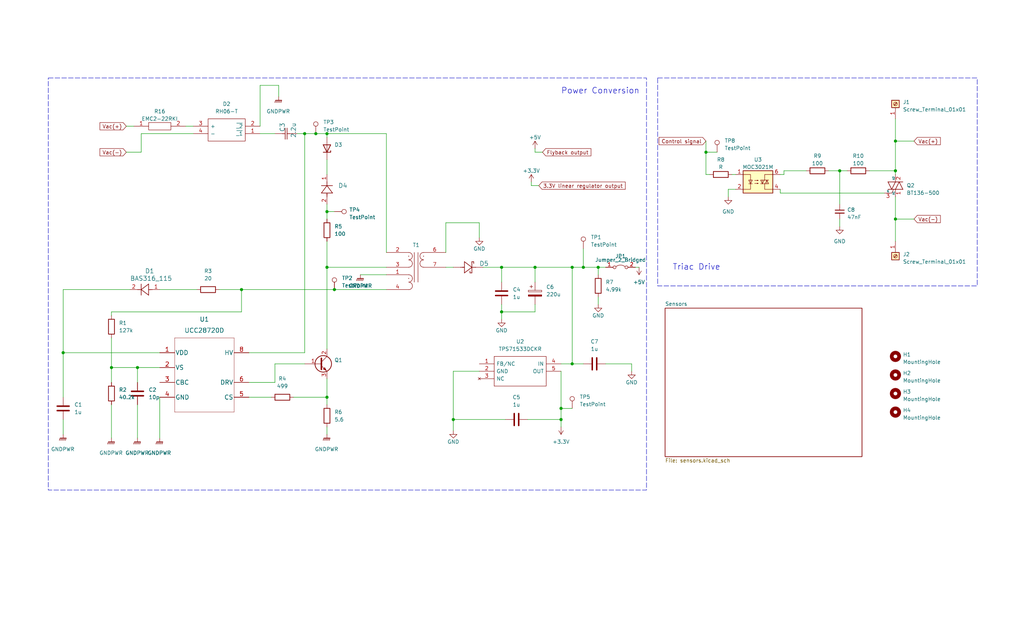
<source format=kicad_sch>
(kicad_sch (version 20230121) (generator eeschema)
  (paper "User" 350.012 220.015)
  (lib_symbols
    (symbol "445Library:BAS316_115" (pin_names (offset 0.254) hide)
      (property "Reference" "D1" (at -6.35 -6.35 0))
      (property "Value" "BAS316_115" (at -12.7 -3.81 0))
      (symbol "BAS316_115_1_1"
        (polyline (pts (xy 2.54 0) (xy 3.4798 0)) (stroke (width 0.2032)))
        (polyline (pts (xy 3.175 0) (xy 3.81 0)) (stroke (width 0.2032)))
        (polyline (pts (xy 3.81 -1.905) (xy 6.35 0)) (stroke (width 0.2032)))
        (polyline (pts (xy 3.81 1.905) (xy 3.81 -1.905)) (stroke (width 0.2032)))
        (polyline (pts (xy 6.35 -1.905) (xy 6.35 1.905)) (stroke (width 0.2032)))
        (polyline (pts (xy 6.35 0) (xy 3.81 1.905)) (stroke (width 0.2032)))
        (polyline (pts (xy 6.35 0) (xy 7.62 0)) (stroke (width 0.2032)))
        (pin input line (at 0 0 0) (length 2.54) (name "Input") (number "1"))
        (pin output line (at 10.16 0 180) (length 2.54) (name "Output") (number "2"))
      )
      (symbol "BAS316_115_1_2"
        (polyline (pts (xy -1.905 3.81) (xy 1.905 3.81)) (stroke (width 0.2032)))
        (polyline (pts (xy 0 2.54) (xy 0 3.4798)) (stroke (width 0.2032)))
        (polyline (pts (xy 0 3.175) (xy 0 3.81)) (stroke (width 0.2032)))
        (polyline (pts (xy 0 6.35) (xy -1.905 3.81)) (stroke (width 0.2032)))
        (polyline (pts (xy 0 6.35) (xy 0 7.62)) (stroke (width 0.2032)))
        (polyline (pts (xy 1.905 3.81) (xy 0 6.35)) (stroke (width 0.2032)))
        (polyline (pts (xy 1.905 6.35) (xy -1.905 6.35)) (stroke (width 0.2032)))
      )
    )
    (symbol "445Library:CGRM4007-G" (pin_names (offset 0.254))
      (property "Reference" "CR" (at 5.08 4.445 0))
      (property "Value" "CGRM4007-G" (at 5.08 -3.81 0))
      (symbol "CGRM4007-G_1_1"
        (polyline (pts (xy 2.54 0) (xy 3.4798 0)) (stroke (width 0.2032)))
        (polyline (pts (xy 3.175 0) (xy 3.81 0)) (stroke (width 0.2032)))
        (polyline (pts (xy 3.81 -1.905) (xy 6.35 0)) (stroke (width 0.2032)))
        (polyline (pts (xy 3.81 1.905) (xy 3.81 -1.905)) (stroke (width 0.2032)))
        (polyline (pts (xy 6.35 -1.905) (xy 6.35 1.905)) (stroke (width 0.2032)))
        (polyline (pts (xy 6.35 0) (xy 3.81 1.905)) (stroke (width 0.2032)))
        (polyline (pts (xy 6.35 0) (xy 7.62 0)) (stroke (width 0.2032)))
        (pin unspecified line (at 10.16 0 180) (length 2.54) (name "") (number "1"))
        (pin unspecified line (at 0 0 0) (length 2.54) (name "") (number "2"))
      )
      (symbol "CGRM4007-G_1_2"
        (polyline (pts (xy -1.905 3.81) (xy 1.905 3.81)) (stroke (width 0.2032)))
        (polyline (pts (xy 0 2.54) (xy 0 3.4798)) (stroke (width 0.2032)))
        (polyline (pts (xy 0 3.175) (xy 0 3.81)) (stroke (width 0.2032)))
        (polyline (pts (xy 0 6.35) (xy -1.905 3.81)) (stroke (width 0.2032)))
        (polyline (pts (xy 0 6.35) (xy 0 7.62)) (stroke (width 0.2032)))
        (polyline (pts (xy 1.905 3.81) (xy 0 6.35)) (stroke (width 0.2032)))
        (polyline (pts (xy 1.905 6.35) (xy -1.905 6.35)) (stroke (width 0.2032)))
        (pin unspecified line (at 0 10.16 270) (length 2.54) (name "") (number "1"))
        (pin unspecified line (at 0 0 90) (length 2.54) (name "") (number "2"))
      )
    )
    (symbol "445Library:CKG57NX7T2W225M500JH" (pin_numbers hide) (pin_names (offset 1.651) hide)
      (property "Reference" "C" (at 3.81 3.81 0))
      (property "Value" "CKG57NX7T2W225M500JH" (at 3.81 -7.62 0))
      (symbol "CKG57NX7T2W225M500JH_1_1"
        (polyline (pts (xy 2.54 0) (xy 3.4798 0)) (stroke (width 0.2032)))
        (polyline (pts (xy 3.4798 -1.905) (xy 3.4798 1.905)) (stroke (width 0.2032)))
        (polyline (pts (xy 4.1148 -1.905) (xy 4.1148 1.905)) (stroke (width 0.2032)))
        (polyline (pts (xy 4.1148 0) (xy 5.08 0)) (stroke (width 0.2032)))
        (pin unspecified line (at 0 0 0) (length 2.54) (name "1") (number "1"))
        (pin unspecified line (at 7.62 0 180) (length 2.54) (name "2") (number "2"))
      )
    )
    (symbol "445Library:RH06-T" (pin_names (offset 0.762))
      (property "Reference" "BR" (at 19.05 7.62 0))
      (property "Value" "RH06-T" (at 19.05 5.08 0))
      (symbol "RH06-T_0_0"
        (pin passive line (at 0 0 0) (length 5.08) (name "~{_1}") (number "1"))
        (pin passive line (at 0 -2.54 0) (length 5.08) (name "~{_2}") (number "2"))
        (pin passive line (at 22.86 -2.54 180) (length 5.08) (name "+") (number "3"))
        (pin passive line (at 22.86 0 180) (length 5.08) (name "-") (number "4"))
      )
      (symbol "RH06-T_0_1"
        (polyline (pts (xy 5.08 2.54) (xy 17.78 2.54) (xy 17.78 -5.08) (xy 5.08 -5.08) (xy 5.08 2.54)) (stroke (width 0.1524)))
      )
    )
    (symbol "445Library:SS110-TP" (pin_numbers hide) (pin_names (offset 0.254) hide)
      (property "Reference" "D5" (at 8.89 1.27 0))
      (symbol "SS110-TP_0_1"
        (polyline (pts (xy 2.54 0) (xy 3.4798 0)) (stroke (width 0.2032)))
        (polyline (pts (xy 3.175 0) (xy 3.81 0)) (stroke (width 0.2032)))
        (polyline (pts (xy 3.81 -1.905) (xy 6.35 0)) (stroke (width 0.2032)))
        (polyline (pts (xy 3.81 1.905) (xy 3.81 -1.905)) (stroke (width 0.2032)))
        (polyline (pts (xy 5.715 -1.905) (xy 5.715 -1.27)) (stroke (width 0.2032)))
        (polyline (pts (xy 6.35 -1.905) (xy 5.715 -1.905)) (stroke (width 0.2032)))
        (polyline (pts (xy 6.35 -1.905) (xy 6.35 1.905)) (stroke (width 0.2032)))
        (polyline (pts (xy 6.35 0) (xy 3.81 1.905)) (stroke (width 0.2032)))
        (polyline (pts (xy 6.35 0) (xy 7.62 0)) (stroke (width 0.2032)))
        (polyline (pts (xy 6.35 1.905) (xy 6.985 1.905)) (stroke (width 0.2032)))
        (polyline (pts (xy 6.985 1.905) (xy 6.985 1.27)) (stroke (width 0.2032)))
      )
      (symbol "SS110-TP_1_1"
        (pin input line (at 0 0 0) (length 2.54) (name "1") (number "1"))
        (pin output line (at 10.16 0 180) (length 2.54) (name "2") (number "2"))
      )
    )
    (symbol "445Library:TPS71533DCKR" (pin_names (offset 0.762))
      (property "Reference" "IC" (at 24.13 7.62 0))
      (property "Value" "TPS71533DCKR" (at 24.13 5.08 0))
      (symbol "TPS71533DCKR_0_0"
        (pin passive line (at 0 0 0) (length 5.08) (name "FB/NC") (number "1"))
        (pin passive line (at 0 -2.54 0) (length 5.08) (name "GND") (number "2"))
        (pin no_connect line (at 0 -5.08 0) (length 5.08) (name "NC") (number "3"))
        (pin passive line (at 27.94 0 180) (length 5.08) (name "IN") (number "4"))
        (pin passive line (at 27.94 -2.54 180) (length 5.08) (name "OUT") (number "5"))
      )
      (symbol "TPS71533DCKR_0_1"
        (polyline (pts (xy 5.08 2.54) (xy 22.86 2.54) (xy 22.86 -7.62) (xy 5.08 -7.62) (xy 5.08 2.54)) (stroke (width 0.1524)))
      )
    )
    (symbol "445Library:UCC28720D" (pin_names (offset 0.254))
      (property "Reference" "U" (at 0 2.54 0))
      (property "Value" "UCC28720D" (at 0 0 0))
      (symbol "UCC28720D_1_1"
        (polyline (pts (xy -10.16 -12.7) (xy 10.16 -12.7)) (stroke (width 0.1016)))
        (polyline (pts (xy -10.16 12.7) (xy -10.16 -12.7)) (stroke (width 0.1016)))
        (polyline (pts (xy 10.16 -12.7) (xy 10.16 12.7)) (stroke (width 0.1016)))
        (polyline (pts (xy 10.16 12.7) (xy -10.16 12.7)) (stroke (width 0.1016)))
        (pin power_in line (at -15.24 7.62 0) (length 5.08) (name "VDD") (number "1"))
        (pin input line (at -15.24 2.54 0) (length 5.08) (name "VS") (number "2"))
        (pin input line (at -15.24 -2.54 0) (length 5.08) (name "CBC") (number "3"))
        (pin power_in line (at -15.24 -7.62 0) (length 5.08) (name "GND") (number "4"))
        (pin input line (at 15.24 -7.62 180) (length 5.08) (name "CS") (number "5"))
        (pin power_in line (at 15.24 -2.54 180) (length 5.08) (name "DRV") (number "6"))
        (pin power_in line (at 15.24 7.62 180) (length 5.08) (name "HV") (number "8"))
      )
    )
    (symbol "Connector:Screw_Terminal_01x01" (pin_names (offset 1.016) hide)
      (property "Reference" "J" (at 0 2.54 0))
      (property "Value" "Screw_Terminal_01x01" (at 0 -2.54 0))
      (symbol "Screw_Terminal_01x01_1_1"
        (rectangle (start -1.27 1.27) (end 1.27 -1.27) (stroke (width 0.254)) (fill (type background)))
        (polyline (pts (xy -0.5334 0.3302) (xy 0.3302 -0.508)) (stroke (width 0.1524)))
        (polyline (pts (xy -0.3556 0.508) (xy 0.508 -0.3302)) (stroke (width 0.1524)))
        (circle (center 0 0) (radius 0.635) (stroke (width 0.1524)))
        (pin passive line (at -5.08 0 0) (length 3.81) (name "Pin_1") (number "1"))
      )
    )
    (symbol "Connector:TestPoint" (pin_numbers hide) (pin_names (offset 0.762) hide)
      (property "Reference" "TP" (at 0 6.858 0))
      (property "Value" "TestPoint" (at 0 5.08 0))
      (symbol "TestPoint_0_1"
        (circle (center 0 3.302) (radius 0.762))
      )
      (symbol "TestPoint_1_1"
        (pin passive line (at 0 0 90) (length 2.54) (name "1") (number "1"))
      )
    )
    (symbol "Device:C" (pin_numbers hide) (pin_names (offset 0.254))
      (property "Reference" "C" (at 0.635 2.54 0))
      (property "Value" "C" (at 0.635 -2.54 0))
      (symbol "C_0_1"
        (polyline (pts (xy -2.032 -0.762) (xy 2.032 -0.762)) (stroke (width 0.508)))
        (polyline (pts (xy -2.032 0.762) (xy 2.032 0.762)) (stroke (width 0.508)))
      )
      (symbol "C_1_1"
        (pin passive line (at 0 3.81 270) (length 2.794) (name "~") (number "1"))
        (pin passive line (at 0 -3.81 90) (length 2.794) (name "~") (number "2"))
      )
    )
    (symbol "Device:C_Polarized" (pin_numbers hide) (pin_names (offset 0.254))
      (property "Reference" "C" (at 0.635 2.54 0))
      (property "Value" "C_Polarized" (at 0.635 -2.54 0))
      (symbol "C_Polarized_0_1"
        (rectangle (start -2.286 0.508) (end 2.286 1.016))
        (polyline (pts (xy -1.778 2.286) (xy -0.762 2.286)))
        (polyline (pts (xy -1.27 2.794) (xy -1.27 1.778)))
        (rectangle (start 2.286 -0.508) (end -2.286 -1.016) (fill (type outline)))
      )
      (symbol "C_Polarized_1_1"
        (pin passive line (at 0 3.81 270) (length 2.794) (name "~") (number "1"))
        (pin passive line (at 0 -3.81 90) (length 2.794) (name "~") (number "2"))
      )
    )
    (symbol "Device:C_Small" (pin_numbers hide) (pin_names (offset 0.254) hide)
      (property "Reference" "C" (at 0.254 1.778 0))
      (property "Value" "C_Small" (at 0.254 -2.032 0))
      (symbol "C_Small_0_1"
        (polyline (pts (xy -1.524 -0.508) (xy 1.524 -0.508)) (stroke (width 0.3302)))
        (polyline (pts (xy -1.524 0.508) (xy 1.524 0.508)) (stroke (width 0.3048)))
      )
      (symbol "C_Small_1_1"
        (pin passive line (at 0 2.54 270) (length 2.032) (name "~") (number "1"))
        (pin passive line (at 0 -2.54 90) (length 2.032) (name "~") (number "2"))
      )
    )
    (symbol "Device:D_Zener" (pin_numbers hide) (pin_names (offset 1.016) hide)
      (property "Reference" "D" (at 0 2.54 0))
      (property "Value" "D_Zener" (at 0 -2.54 0))
      (symbol "D_Zener_0_1"
        (polyline (pts (xy 1.27 0) (xy -1.27 0)))
        (polyline (pts (xy -1.27 -1.27) (xy -1.27 1.27) (xy -0.762 1.27)) (stroke (width 0.254)))
        (polyline (pts (xy 1.27 -1.27) (xy 1.27 1.27) (xy -1.27 0) (xy 1.27 -1.27)) (stroke (width 0.254)))
      )
      (symbol "D_Zener_1_1"
        (pin passive line (at -3.81 0 0) (length 2.54) (name "K") (number "1"))
        (pin passive line (at 3.81 0 180) (length 2.54) (name "A") (number "2"))
      )
    )
    (symbol "Device:Q_NPN_BCE" (pin_names (offset 0) hide)
      (property "Reference" "Q" (at 5.08 1.27 0))
      (property "Value" "Q_NPN_BCE" (at 5.08 -1.27 0))
      (symbol "Q_NPN_BCE_0_1"
        (polyline (pts (xy 0.635 0.635) (xy 2.54 2.54)))
        (polyline (pts (xy 0.635 -0.635) (xy 2.54 -2.54) (xy 2.54 -2.54)))
        (polyline (pts (xy 0.635 1.905) (xy 0.635 -1.905) (xy 0.635 -1.905)) (stroke (width 0.508)))
        (polyline (pts (xy 1.27 -1.778) (xy 1.778 -1.27) (xy 2.286 -2.286) (xy 1.27 -1.778) (xy 1.27 -1.778)) (fill (type outline)))
        (circle (center 1.27 0) (radius 2.8194) (stroke (width 0.254)))
      )
      (symbol "Q_NPN_BCE_1_1"
        (pin input line (at -5.08 0 0) (length 5.715) (name "B") (number "1"))
        (pin passive line (at 2.54 5.08 270) (length 2.54) (name "C") (number "2"))
        (pin passive line (at 2.54 -5.08 90) (length 2.54) (name "E") (number "3"))
      )
    )
    (symbol "Device:R" (pin_numbers hide) (pin_names (offset 0))
      (property "Reference" "R" (at 2.032 0 90))
      (property "Value" "R" (at 0 0 90))
      (symbol "R_0_1"
        (rectangle (start -1.016 -2.54) (end 1.016 2.54) (stroke (width 0.254)))
      )
      (symbol "R_1_1"
        (pin passive line (at 0 3.81 270) (length 1.27) (name "~") (number "1"))
        (pin passive line (at 0 -3.81 90) (length 1.27) (name "~") (number "2"))
      )
    )
    (symbol "Device:Transformer_SP_1S" (pin_names (offset 1.016) hide)
      (property "Reference" "T?" (at 0.0127 10.16 0))
      (property "Value" "Transformer_SP_1S" (at 0.0127 7.62 0))
      (symbol "Transformer_SP_1S_0_1"
        (arc (start -2.54 -5.0546) (mid -1.6599 -4.6901) (end -1.27 -3.81))
        (circle (center -2.54 -3.81) (radius 0.0001))
        (arc (start -2.54 0.0254) (mid -1.6599 0.3899) (end -1.27 1.27))
        (arc (start -2.54 2.5654) (mid -1.6599 2.9299) (end -1.27 3.81))
        (circle (center -2.54 3.81) (radius 0.0001))
        (arc (start -2.5217 -7.6389) (mid -1.6378 -7.2706) (end -1.2517 -6.3943))
        (arc (start -1.2699 -6.3499) (mid -1.6419 -5.4519) (end -2.5399 -5.0799))
        (arc (start -1.27 -3.81) (mid -1.642 -2.912) (end -2.54 -2.54))
        (arc (start -1.27 1.27) (mid -1.642 2.168) (end -2.54 2.54))
        (arc (start -1.27 3.81) (mid -1.642 4.708) (end -2.54 5.08))
        (polyline (pts (xy -0.635 5.08) (xy -0.635 -5.08)))
        (polyline (pts (xy 0.635 -5.08) (xy 0.635 5.08)))
        (arc (start 1.2954 1.27) (mid 1.6599 0.3899) (end 2.54 0.0254))
        (arc (start 1.2954 3.81) (mid 1.6599 2.9299) (end 2.54 2.5654))
        (arc (start 2.54 2.54) (mid 1.642 2.168) (end 1.2954 1.27))
        (circle (center 2.54 3.81) (radius 0.0001))
        (arc (start 2.54 5.08) (mid 1.642 4.708) (end 1.2954 3.81))
      )
      (symbol "Transformer_SP_1S_1_1"
        (pin passive line (at -10.16 -2.54 0) (length 7.62) (name "PR2") (number "1"))
        (pin passive line (at -10.16 5.08 0) (length 7.62) (name "PM") (number "2"))
        (pin passive line (at -10.16 0 0) (length 7.62) (name "PR2") (number "3"))
        (pin passive line (at -10.16 -7.62 0) (length 7.62) (name "PR2") (number "4"))
        (pin passive line (at 10.16 5.08 180) (length 7.62) (name "S1") (number "6"))
        (pin passive line (at 10.16 0 180) (length 7.62) (name "S2") (number "7"))
      )
    )
    (symbol "EMC2-22RKI:EMC2-22RKI" (pin_names (offset 0.762))
      (property "Reference" "R" (at 13.97 6.35 0))
      (property "Value" "EMC2-22RKI" (at 13.97 3.81 0))
      (symbol "EMC2-22RKI_0_0"
        (pin passive line (at 0 0 0) (length 5.08) (name "~") (number "1"))
        (pin passive line (at 17.78 0 180) (length 5.08) (name "~") (number "2"))
      )
      (symbol "EMC2-22RKI_0_1"
        (polyline (pts (xy 5.08 1.27) (xy 12.7 1.27) (xy 12.7 -1.27) (xy 5.08 -1.27) (xy 5.08 1.27)) (stroke (width 0.1524)))
      )
    )
    (symbol "Jumper:Jumper_2_Bridged" (pin_names (offset 0) hide)
      (property "Reference" "JP" (at 0 1.905 0))
      (property "Value" "Jumper_2_Bridged" (at 0 -2.54 0))
      (symbol "Jumper_2_Bridged_0_0"
        (circle (center -2.032 0) (radius 0.508))
        (circle (center 2.032 0) (radius 0.508))
      )
      (symbol "Jumper_2_Bridged_0_1"
        (arc (start 1.524 0.254) (mid 0 0.762) (end -1.524 0.254))
      )
      (symbol "Jumper_2_Bridged_1_1"
        (pin passive line (at -5.08 0 0) (length 2.54) (name "A") (number "1"))
        (pin passive line (at 5.08 0 180) (length 2.54) (name "B") (number "2"))
      )
    )
    (symbol "Mechanical:MountingHole" (pin_names (offset 1.016))
      (property "Reference" "H" (at 0 5.08 0))
      (property "Value" "MountingHole" (at 0 3.175 0))
      (symbol "MountingHole_0_1"
        (circle (center 0 0) (radius 1.27) (stroke (width 1.27)))
      )
    )
    (symbol "Relay_SolidState:MOC3021M"
      (property "Reference" "U" (at -5.334 4.826 0))
      (property "Value" "MOC3021M" (at 0 5.08 0))
      (symbol "MOC3021M_0_1"
        (rectangle (start -5.08 3.81) (end 5.08 -3.81) (stroke (width 0.254)) (fill (type background)))
        (polyline (pts (xy -3.175 -0.635) (xy -1.905 -0.635)))
        (polyline (pts (xy 1.524 -0.635) (xy 1.524 0.635)))
        (polyline (pts (xy 3.048 0.635) (xy 3.048 -0.635)))
        (polyline (pts (xy 2.286 -0.635) (xy 2.286 -2.54) (xy 5.08 -2.54)))
        (polyline (pts (xy 2.286 0.635) (xy 2.286 2.54) (xy 5.08 2.54)))
        (polyline (pts (xy -5.08 2.54) (xy -2.54 2.54) (xy -2.54 -2.54) (xy -5.08 -2.54)))
        (polyline (pts (xy -2.54 -0.635) (xy -3.175 0.635) (xy -1.905 0.635) (xy -2.54 -0.635)))
        (polyline (pts (xy 0.889 -0.635) (xy 3.683 -0.635) (xy 3.048 0.635) (xy 2.413 -0.635)))
        (polyline (pts (xy 3.683 0.635) (xy 0.889 0.635) (xy 1.524 -0.635) (xy 2.159 0.635)))
        (polyline (pts (xy -1.143 -0.508) (xy 0.127 -0.508) (xy -0.254 -0.635) (xy -0.254 -0.381) (xy 0.127 -0.508)))
        (polyline (pts (xy -1.143 0.508) (xy 0.127 0.508) (xy -0.254 0.381) (xy -0.254 0.635) (xy 0.127 0.508)))
      )
      (symbol "MOC3021M_1_1"
        (pin passive line (at -7.62 2.54 0) (length 2.54) (name "~") (number "1"))
        (pin passive line (at -7.62 -2.54 0) (length 2.54) (name "~") (number "2"))
        (pin no_connect line (at -5.08 0 0) (length 2.54) hide (name "NC") (number "3"))
        (pin passive line (at 7.62 -2.54 180) (length 2.54) (name "~") (number "4"))
        (pin no_connect line (at 5.08 0 180) (length 2.54) hide (name "NC") (number "5"))
        (pin passive line (at 7.62 2.54 180) (length 2.54) (name "~") (number "6"))
      )
    )
    (symbol "Triac_Thyristor:BT136-500" (pin_names (offset 0))
      (property "Reference" "Q" (at 5.08 1.905 0))
      (property "Value" "BT136-500" (at 5.08 0 0))
      (symbol "BT136-500_0_1"
        (polyline (pts (xy -2.54 -1.27) (xy 2.54 -1.27)) (stroke (width 0.2032)))
        (polyline (pts (xy -2.54 1.27) (xy 2.54 1.27)) (stroke (width 0.2032)))
        (polyline (pts (xy -1.27 -2.54) (xy -0.635 -1.27)))
        (polyline (pts (xy -2.54 1.27) (xy -1.27 -1.27) (xy 0 1.27)) (stroke (width 0.2032)))
        (polyline (pts (xy 0 -1.27) (xy 1.27 1.27) (xy 2.54 -1.27)) (stroke (width 0.2032)))
      )
      (symbol "BT136-500_1_1"
        (pin passive line (at 0 -3.81 90) (length 2.54) (name "A1") (number "1"))
        (pin passive line (at 0 3.81 270) (length 2.54) (name "A2") (number "2"))
        (pin input line (at -3.81 -2.54 0) (length 2.54) (name "G") (number "3"))
      )
    )
    (symbol "power:+3.3V" (power) (pin_names (offset 0))
      (property "Value" "+3.3V" (at 0 3.556 0))
      (symbol "+3.3V_0_1"
        (polyline (pts (xy -0.762 1.27) (xy 0 2.54)))
        (polyline (pts (xy 0 0) (xy 0 2.54)))
        (polyline (pts (xy 0 2.54) (xy 0.762 1.27)))
      )
      (symbol "+3.3V_1_1"
        (pin power_in line (at 0 0 90) (length 0) hide (name "+3.3V") (number "1"))
      )
    )
    (symbol "power:+5V" (power) (pin_names (offset 0))
      (property "Value" "+5V" (at 0 3.556 0))
      (symbol "+5V_0_1"
        (polyline (pts (xy -0.762 1.27) (xy 0 2.54)))
        (polyline (pts (xy 0 0) (xy 0 2.54)))
        (polyline (pts (xy 0 2.54) (xy 0.762 1.27)))
      )
      (symbol "+5V_1_1"
        (pin power_in line (at 0 0 90) (length 0) hide (name "+5V") (number "1"))
      )
    )
    (symbol "power:GND" (power) (pin_names (offset 0))
      (property "Value" "GND" (at 0 -3.81 0))
      (symbol "GND_0_1"
        (polyline (pts (xy 0 0) (xy 0 -1.27) (xy 1.27 -1.27) (xy 0 -2.54) (xy -1.27 -1.27) (xy 0 -1.27)))
      )
      (symbol "GND_1_1"
        (pin power_in line (at 0 0 270) (length 0) hide (name "GND") (number "1"))
      )
    )
    (symbol "power:GNDPWR" (power) (pin_names (offset 0))
      (property "Value" "GNDPWR" (at 0 -3.302 0))
      (symbol "GNDPWR_0_1"
        (polyline (pts (xy 0 -1.27) (xy 0 0)))
        (polyline (pts (xy -1.016 -1.27) (xy -1.27 -2.032) (xy -1.27 -2.032)) (stroke (width 0.2032)))
        (polyline (pts (xy -0.508 -1.27) (xy -0.762 -2.032) (xy -0.762 -2.032)) (stroke (width 0.2032)))
        (polyline (pts (xy 0 -1.27) (xy -0.254 -2.032) (xy -0.254 -2.032)) (stroke (width 0.2032)))
        (polyline (pts (xy 0.508 -1.27) (xy 0.254 -2.032) (xy 0.254 -2.032)) (stroke (width 0.2032)))
        (polyline (pts (xy 1.016 -1.27) (xy -1.016 -1.27) (xy -1.016 -1.27)) (stroke (width 0.2032)))
        (polyline (pts (xy 1.016 -1.27) (xy 0.762 -2.032) (xy 0.762 -2.032) (xy 0.762 -2.032)) (stroke (width 0.2032)))
      )
      (symbol "GNDPWR_1_1"
        (pin power_in line (at 0 0 270) (length 0) hide (name "GNDPWR") (number "1"))
      )
    )
  )
  (junction (at 114.3 99.06))
  (junction (at 195.58 91.44))
  (junction (at 111.76 91.44))
  (junction (at 21.59 120.65))
  (junction (at 171.45 91.44))
  (junction (at 241.3 52.07))
  (junction (at 111.76 135.89))
  (junction (at 171.45 106.68))
  (junction (at 111.76 45.72))
  (junction (at 107.95 45.72))
  (junction (at 191.77 139.7))
  (junction (at 111.76 72.39))
  (junction (at 154.94 143.51))
  (junction (at 82.55 99.06))
  (junction (at 38.1 125.73))
  (junction (at 306.07 48.26))
  (junction (at 191.77 143.51))
  (junction (at 306.07 74.93))
  (junction (at 287.02 58.42))
  (junction (at 104.14 45.72))
  (junction (at 306.07 58.42))
  (junction (at 195.58 124.46))
  (junction (at 46.99 125.73))
  (junction (at 204.47 91.44))
  (junction (at 182.88 91.44))
  (junction (at 199.39 91.44))
  (wire (pts (xy 85.09 135.89) (xy 92.71 135.89)))
  (wire (pts (xy 152.4 91.44) (xy 154.94 91.44)))
  (wire (pts (xy 88.9 45.72) (xy 93.98 45.72)))
  (wire (pts (xy 101.6 45.72) (xy 104.14 45.72)))
  (wire (pts (xy 123.19 93.98) (xy 132.08 93.98)))
  (wire (pts (xy 171.45 104.14) (xy 171.45 106.68)))
  (wire (pts (xy 21.59 99.06) (xy 21.59 120.65)))
  (wire (pts (xy 111.76 69.85) (xy 111.76 72.39)))
  (wire (pts (xy 111.76 91.44) (xy 132.08 91.44)))
  (wire (pts (xy 267.97 58.42) (xy 275.59 58.42)))
  (wire (pts (xy 199.39 85.09) (xy 199.39 91.44)))
  (wire (pts (xy 297.18 58.42) (xy 306.07 58.42)))
  (wire (pts (xy 248.92 64.77) (xy 251.46 64.77)))
  (wire (pts (xy 267.97 59.69) (xy 267.97 58.42)))
  (wire (pts (xy 195.58 124.46) (xy 191.77 124.46)))
  (wire (pts (xy 171.45 91.44) (xy 171.45 96.52)))
  (wire (pts (xy 152.4 76.2) (xy 163.83 76.2)))
  (wire (pts (xy 38.1 125.73) (xy 38.1 130.81)))
  (wire (pts (xy 154.94 127) (xy 163.83 127)))
  (wire (pts (xy 46.99 138.43) (xy 46.99 149.86)))
  (wire (pts (xy 266.7 66.04) (xy 266.7 64.77)))
  (wire (pts (xy 204.47 101.6) (xy 204.47 104.14)))
  (wire (pts (xy 172.72 143.51) (xy 154.94 143.51)))
  (wire (pts (xy 306.07 40.64) (xy 306.07 48.26)))
  (wire (pts (xy 132.08 45.72) (xy 132.08 86.36)))
  (wire (pts (xy 306.07 48.26) (xy 306.07 58.42)))
  (wire (pts (xy 38.1 138.43) (xy 38.1 149.86)))
  (wire (pts (xy 85.09 130.81) (xy 93.98 130.81)))
  (wire (pts (xy 111.76 82.55) (xy 111.76 91.44)))
  (wire (pts (xy 182.88 91.44) (xy 182.88 96.52)))
  (wire (pts (xy 111.76 91.44) (xy 111.76 119.38)))
  (wire (pts (xy 306.07 67.31) (xy 306.07 74.93)))
  (wire (pts (xy 171.45 91.44) (xy 182.88 91.44)))
  (wire (pts (xy 21.59 143.51) (xy 21.59 148.59)))
  (wire (pts (xy 182.88 91.44) (xy 195.58 91.44)))
  (wire (pts (xy 283.21 58.42) (xy 287.02 58.42)))
  (wire (pts (xy 195.58 91.44) (xy 199.39 91.44)))
  (wire (pts (xy 199.39 91.44) (xy 204.47 91.44)))
  (wire (pts (xy 88.9 29.21) (xy 95.25 29.21)))
  (wire (pts (xy 111.76 72.39) (xy 111.76 74.93)))
  (wire (pts (xy 111.76 135.89) (xy 111.76 138.43)))
  (wire (pts (xy 46.99 125.73) (xy 54.61 125.73)))
  (wire (pts (xy 114.3 99.06) (xy 132.08 99.06)))
  (wire (pts (xy 21.59 99.06) (xy 44.45 99.06)))
  (wire (pts (xy 63.5 43.18) (xy 66.04 43.18)))
  (wire (pts (xy 207.01 124.46) (xy 215.9 124.46)))
  (wire (pts (xy 74.93 99.06) (xy 82.55 99.06)))
  (wire (pts (xy 195.58 124.46) (xy 199.39 124.46)))
  (wire (pts (xy 306.07 74.93) (xy 312.42 74.93)))
  (wire (pts (xy 82.55 99.06) (xy 114.3 99.06)))
  (wire (pts (xy 182.88 106.68) (xy 171.45 106.68)))
  (wire (pts (xy 191.77 127) (xy 191.77 139.7)))
  (wire (pts (xy 152.4 86.36) (xy 152.4 76.2)))
  (wire (pts (xy 217.17 91.44) (xy 218.44 91.44)))
  (wire (pts (xy 195.58 91.44) (xy 195.58 124.46)))
  (wire (pts (xy 306.07 74.93) (xy 306.07 82.55)))
  (wire (pts (xy 104.14 120.65) (xy 85.09 120.65)))
  (wire (pts (xy 241.3 59.69) (xy 242.57 59.69)))
  (wire (pts (xy 182.88 52.07) (xy 185.42 52.07)))
  (wire (pts (xy 287.02 58.42) (xy 289.56 58.42)))
  (wire (pts (xy 48.26 45.72) (xy 48.26 52.07)))
  (wire (pts (xy 82.55 99.06) (xy 82.55 106.68)))
  (wire (pts (xy 38.1 125.73) (xy 46.99 125.73)))
  (wire (pts (xy 306.07 58.42) (xy 306.07 59.69)))
  (wire (pts (xy 100.33 135.89) (xy 111.76 135.89)))
  (wire (pts (xy 111.76 129.54) (xy 111.76 135.89)))
  (wire (pts (xy 66.04 45.72) (xy 48.26 45.72)))
  (wire (pts (xy 191.77 139.7) (xy 195.58 139.7)))
  (wire (pts (xy 266.7 59.69) (xy 267.97 59.69)))
  (wire (pts (xy 266.7 66.04) (xy 302.26 66.04)))
  (wire (pts (xy 182.88 104.14) (xy 182.88 106.68)))
  (wire (pts (xy 191.77 143.51) (xy 180.34 143.51)))
  (wire (pts (xy 181.61 63.5) (xy 181.61 62.23)))
  (wire (pts (xy 107.95 45.72) (xy 111.76 45.72)))
  (wire (pts (xy 182.88 50.8) (xy 182.88 52.07)))
  (wire (pts (xy 241.3 52.07) (xy 245.11 52.07)))
  (wire (pts (xy 43.18 43.18) (xy 45.72 43.18)))
  (wire (pts (xy 54.61 99.06) (xy 67.31 99.06)))
  (wire (pts (xy 21.59 120.65) (xy 54.61 120.65)))
  (wire (pts (xy 111.76 146.05) (xy 111.76 148.59)))
  (wire (pts (xy 38.1 107.95) (xy 38.1 106.68)))
  (wire (pts (xy 111.76 46.99) (xy 111.76 45.72)))
  (wire (pts (xy 287.02 69.85) (xy 287.02 58.42)))
  (wire (pts (xy 111.76 72.39) (xy 114.3 72.39)))
  (wire (pts (xy 287.02 74.93) (xy 287.02 77.47)))
  (wire (pts (xy 38.1 115.57) (xy 38.1 125.73)))
  (wire (pts (xy 95.25 29.21) (xy 95.25 33.02)))
  (wire (pts (xy 241.3 48.26) (xy 241.3 52.07)))
  (wire (pts (xy 93.98 130.81) (xy 93.98 124.46)))
  (wire (pts (xy 111.76 54.61) (xy 111.76 59.69)))
  (wire (pts (xy 46.99 125.73) (xy 46.99 130.81)))
  (wire (pts (xy 154.94 143.51) (xy 154.94 147.32)))
  (wire (pts (xy 88.9 43.18) (xy 88.9 29.21)))
  (wire (pts (xy 165.1 91.44) (xy 171.45 91.44)))
  (wire (pts (xy 250.19 59.69) (xy 251.46 59.69)))
  (wire (pts (xy 241.3 52.07) (xy 241.3 59.69)))
  (wire (pts (xy 204.47 91.44) (xy 207.01 91.44)))
  (wire (pts (xy 154.94 143.51) (xy 154.94 127)))
  (wire (pts (xy 184.15 63.5) (xy 181.61 63.5)))
  (wire (pts (xy 38.1 106.68) (xy 82.55 106.68)))
  (wire (pts (xy 306.07 48.26) (xy 312.42 48.26)))
  (wire (pts (xy 215.9 124.46) (xy 215.9 127)))
  (wire (pts (xy 111.76 45.72) (xy 132.08 45.72)))
  (wire (pts (xy 191.77 143.51) (xy 191.77 146.05)))
  (wire (pts (xy 104.14 45.72) (xy 107.95 45.72)))
  (wire (pts (xy 204.47 91.44) (xy 204.47 93.98)))
  (wire (pts (xy 54.61 135.89) (xy 54.61 149.86)))
  (wire (pts (xy 171.45 106.68) (xy 171.45 109.22)))
  (wire (pts (xy 163.83 76.2) (xy 163.83 81.28)))
  (wire (pts (xy 21.59 120.65) (xy 21.59 135.89)))
  (wire (pts (xy 191.77 139.7) (xy 191.77 143.51)))
  (wire (pts (xy 93.98 124.46) (xy 104.14 124.46)))
  (wire (pts (xy 248.92 67.31) (xy 248.92 64.77)))
  (wire (pts (xy 104.14 45.72) (xy 104.14 120.65)))
  (wire (pts (xy 48.26 52.07) (xy 43.18 52.07)))
  (rectangle (start 16.51 26.67) (end 220.98 167.64) (stroke (width 0) (type dash)))
  (rectangle (start 224.79 26.67) (end 334.01 97.79) (stroke (width 0) (type dash)))
  (text "Triac Drive\n\n\n" (at 229.87 99.06 0) (effects (font (size 2 2)) (justify left bottom)))
  (text "Power Conversion\n\n" (at 191.77 35.56 0) (effects (font (size 2 2)) (justify left bottom)))
  (global_label "3.3V linear regulator output" (shape input) (at 184.15 63.5 0) (property "Intersheetrefs" "${INTERSHEET_REFS}" (effects hide)))
  (global_label "Vac(+)" (shape input) (at 43.18 43.18 180) (property "Intersheetrefs" "${INTERSHEET_REFS}" (effects hide)))
  (global_label "Vac(-)" (shape input) (at 312.42 74.93 0) (property "Intersheetrefs" "${INTERSHEET_REFS}" (effects hide)))
  (global_label "Control signal" (shape input) (at 241.3 48.26 180) (property "Intersheetrefs" "${INTERSHEET_REFS}" (effects hide)))
  (global_label "Vac(+)" (shape input) (at 312.42 48.26 0) (property "Intersheetrefs" "${INTERSHEET_REFS}" (effects hide)))
  (global_label "Flyback output" (shape input) (at 185.42 52.07 0) (property "Intersheetrefs" "${INTERSHEET_REFS}" (effects hide)))
  (global_label "Vac(-)" (shape input) (at 43.18 52.07 180) (property "Intersheetrefs" "${INTERSHEET_REFS}" (effects hide)))
  (symbol (lib_id "Mechanical:MountingHole") (at 306.07 140.97 0) (unit 1)
    (property "Reference" "H4" (at 308.61 140.335 0) (effects (justify left)))
    (property "Value" "MountingHole" (at 308.61 142.875 0) (effects (justify left)))
    (property "Footprint" "MountingHole:MountingHole_3.2mm_M3" (effects hide))
  )
  (symbol (lib_id "Device:Transformer_SP_1S") (at 142.24 91.44 0) (unit 1)
    (property "Reference" "T1" (at 142.24 83.82 0))
    (property "Value" "Transformer_SP_1S" (effects hide))
    (property "Footprint" "footprints:750317828" (effects hide))
  )
  (symbol (lib_id "Triac_Thyristor:BT136-500") (at 306.07 63.5 0) (unit 1)
    (property "Reference" "Q2" (at 309.88 63.4492 0) (effects (justify left)))
    (property "Value" "BT136-500" (at 309.88 65.9892 0) (effects (justify left)))
    (property "Footprint" "Package_TO_SOT_THT:TO-220-3_Vertical" (effects hide))
    (property "Datasheet" "http://www.micropik.com/PDF/BT136-600.pdf" (effects hide))
  )
  (symbol (lib_id "power:GND") (at 163.83 81.28 0) (unit 1)
    (property "Reference" "#PWR09" (effects hide))
    (property "Value" "GND" (at 163.83 85.09 0))
  )
  (symbol (lib_id "Device:R") (at 96.52 135.89 270) (unit 1)
    (property "Reference" "R4" (at 96.52 129.54 90))
    (property "Value" "499" (at 96.52 132.08 90))
    (property "Footprint" "Resistor_SMD:R_0603_1608Metric" (effects hide))
  )
  (symbol (lib_id "power:+5V") (at 182.88 50.8 0) (unit 1)
    (property "Reference" "#PWR012" (effects hide))
    (property "Value" "+5V" (at 182.88 46.99 0))
  )
  (symbol (lib_id "power:GND") (at 154.94 147.32 0) (unit 1)
    (property "Reference" "#PWR08" (effects hide))
    (property "Value" "GND" (at 154.94 151.13 0))
  )
  (symbol (lib_id "Connector:TestPoint") (at 114.3 72.39 270) (unit 1)
    (property "Reference" "TP4" (at 119.38 71.755 90) (effects (justify left)))
    (property "Value" "TestPoint" (at 119.38 74.295 90) (effects (justify left)))
    (property "Footprint" "TestPoint:TestPoint_Loop_D3.80mm_Drill2.8mm" (effects hide))
  )
  (symbol (lib_id "power:+3.3V") (at 191.77 146.05 180) (unit 1)
    (property "Reference" "#PWR013" (effects hide))
    (property "Value" "+3.3V" (at 191.77 151.13 0))
  )
  (symbol (lib_id "Device:D_Zener") (at 111.76 50.8 270) (mirror x) (unit 1)
    (property "Reference" "D3" (at 114.3 49.5299 90) (effects (justify left)))
    (property "Value" "D_Zener" (effects hide))
    (property "Footprint" "footprints:SOD-123_ONS" (effects hide))
  )
  (symbol (lib_id "445Library:BAS316_115") (at 54.61 99.06 180) (unit 1)
    (property "Reference" "D1" (at 49.53 92.71 0) (effects (font (size 1.524 1.524)) (justify right)))
    (property "Value" "BAS316_115" (at 44.45 95.25 0) (effects (font (size 1.524 1.524)) (justify right)))
    (property "Footprint" "footprints:SC-76_SOD323_NEX" (effects hide))
    (property "Datasheet" "BAS316_115" (effects hide))
  )
  (symbol (lib_id "Device:R") (at 71.12 99.06 270) (unit 1)
    (property "Reference" "R3" (at 71.12 92.71 90))
    (property "Value" "20" (at 71.12 95.25 90))
    (property "Footprint" "Resistor_SMD:R_0603_1608Metric" (effects hide))
  )
  (symbol (lib_id "Connector:Screw_Terminal_01x01") (at 306.07 87.63 270) (unit 1)
    (property "Reference" "J2" (at 308.61 86.995 90) (effects (justify left)))
    (property "Value" "Screw_Terminal_01x01" (at 308.61 89.535 90) (effects (justify left)))
    (property "Footprint" "TerminalBlock_MetzConnect:TerminalBlock_MetzConnect_360410_1x01_Horizontal_ScrewM3.0" (effects hide))
  )
  (symbol (lib_id "Jumper:Jumper_2_Bridged") (at 212.09 91.44 0) (unit 1)
    (property "Reference" "JP1" (at 212.09 87.63 0))
    (property "Value" "Jumper_2_Bridged" (at 212.09 88.9 0))
    (property "Footprint" "Resistor_SMD:R_0603_1608Metric" (effects hide))
  )
  (symbol (lib_id "Device:C_Small") (at 287.02 72.39 0) (unit 1)
    (property "Reference" "C8" (at 289.56 71.7613 0) (effects (justify left)))
    (property "Value" "47nF" (at 289.56 74.3013 0) (effects (justify left)))
    (property "Footprint" "Capacitor_SMD:C_0603_1608Metric" (effects hide))
  )
  (symbol (lib_id "Connector:TestPoint") (at 199.39 85.09 0) (unit 1)
    (property "Reference" "TP1" (at 201.93 81.153 0) (effects (justify left)))
    (property "Value" "TestPoint" (at 201.93 83.693 0) (effects (justify left)))
    (property "Footprint" "TestPoint:TestPoint_Loop_D3.80mm_Drill2.8mm" (effects hide))
  )
  (symbol (lib_id "Device:R") (at 38.1 134.62 0) (unit 1)
    (property "Reference" "R2" (at 40.64 133.3499 0) (effects (justify left)))
    (property "Value" "40.2k" (at 40.64 135.8899 0) (effects (justify left)))
    (property "Footprint" "Resistor_SMD:R_0603_1608Metric" (effects hide))
  )
  (symbol (lib_id "power:GNDPWR") (at 54.61 149.86 0) (unit 1)
    (property "Reference" "#PWR04" (effects hide))
    (property "Value" "GNDPWR" (at 54.483 154.94 0))
  )
  (symbol (lib_id "Device:R") (at 111.76 78.74 0) (unit 1)
    (property "Reference" "R5" (at 114.3 77.4699 0) (effects (justify left)))
    (property "Value" "100" (at 114.3 80.0099 0) (effects (justify left)))
    (property "Footprint" "Resistor_SMD:R_0805_2012Metric" (effects hide))
  )
  (symbol (lib_id "445Library:CGRM4007-G") (at 111.76 69.85 90) (unit 1)
    (property "Reference" "D4" (at 115.57 63.5 90) (effects (font (size 1.524 1.524)) (justify right)))
    (property "Value" "CGRM4007-G" (effects hide))
    (property "Footprint" "footprints:CGRM" (effects hide))
    (property "Datasheet" "CGRM4007-G" (effects hide))
  )
  (symbol (lib_id "Connector:TestPoint") (at 245.11 52.07 0) (unit 1)
    (property "Reference" "TP8" (at 247.65 48.133 0) (effects (justify left)))
    (property "Value" "TestPoint" (at 247.65 50.673 0) (effects (justify left)))
    (property "Footprint" "TestPoint:TestPoint_Loop_D3.80mm_Drill2.8mm" (effects hide))
  )
  (symbol (lib_id "Device:Q_NPN_BCE") (at 109.22 124.46 0) (unit 1)
    (property "Reference" "Q1" (at 114.3 123.1899 0) (effects (justify left)))
    (property "Value" "Q_NPN_BCE" (effects hide))
    (property "Footprint" "footprints:ALSDPDIC1778CL749TR8" (effects hide))
  )
  (symbol (lib_id "power:GND") (at 215.9 127 0) (unit 1)
    (property "Reference" "#PWR016" (effects hide))
    (property "Value" "GND" (at 215.9 130.81 0))
  )
  (symbol (lib_id "Device:R") (at 293.37 58.42 90) (unit 1)
    (property "Reference" "R10" (at 293.37 53.34 90))
    (property "Value" "100" (at 293.37 55.88 90))
    (property "Footprint" "Resistor_SMD:R_0603_1608Metric" (effects hide))
  )
  (symbol (lib_id "445Library:RH06-T") (at 88.9 45.72 180) (unit 1)
    (property "Reference" "D2" (at 77.47 35.56 0))
    (property "Value" "RH06-T" (at 77.47 38.1 0))
    (property "Footprint" "footprints:SOP250P700X300-4N" (effects hide))
    (property "Datasheet" "https://www.diodes.com/assets/Datasheets/ds30137.pdf" (effects hide))
    (property "Description" "Bridge Rectifiers 0.5A 600V" (effects hide))
    (property "Height" "3" (effects hide))
    (property "Mouser Part Number" "621-RH06-T" (effects hide))
    (property "Mouser Price/Stock" "https://www.mouser.co.uk/ProductDetail/Diodes-Incorporated/RH06-T?qs=sxN%252BoM2fis%2FIz4Q66ep0xQ%3D%3D" (effects hide))
    (property "Manufacturer_Name" "Diodes Inc." (effects hide))
    (property "Manufacturer_Part_Number" "RH06-T" (effects hide))
  )
  (symbol (lib_id "445Library:SS110-TP") (at 154.94 91.44 0) (unit 1)
    (property "Reference" "D5" (at 163.83 90.17 0) (effects (font (size 1.524 1.524)) (justify left)))
    (property "Value" "SS110-TP" (effects hide))
    (property "Footprint" "footprints:DO-214AC_SMA_HIGHPROFILE_MCC" (effects hide))
    (property "Datasheet" "SS110-TP" (effects hide))
  )
  (symbol (lib_id "Device:C_Polarized") (at 182.88 100.33 0) (unit 1)
    (property "Reference" "C6" (at 186.69 98.1709 0) (effects (justify left)))
    (property "Value" "220u" (at 186.69 100.7109 0) (effects (justify left)))
    (property "Footprint" "footprints:10TPE220ML" (effects hide))
  )
  (symbol (lib_id "Device:R") (at 246.38 59.69 90) (unit 1)
    (property "Reference" "R8" (at 246.38 54.61 90))
    (property "Value" "R" (at 246.38 57.15 90))
    (property "Footprint" "Resistor_SMD:R_0603_1608Metric" (effects hide))
  )
  (symbol (lib_id "445Library:CKG57NX7T2W225M500JH") (at 101.6 45.72 180) (unit 1)
    (property "Reference" "C3" (at 96.52 41.91 90) (effects (font (size 1.524 1.524)) (justify left)))
    (property "Value" "2.2u" (at 100.33 41.91 90) (effects (font (size 1.524 1.524)) (justify left)))
    (property "Footprint" "footprints:CKG57NX7T2W225M500JH" (effects hide))
  )
  (symbol (lib_id "power:GND") (at 287.02 77.47 0) (unit 1)
    (property "Reference" "#PWR018" (effects hide))
    (property "Value" "GND" (at 287.02 82.55 0))
  )
  (symbol (lib_id "power:GND") (at 204.47 104.14 0) (unit 1)
    (property "Reference" "#PWR014" (effects hide))
    (property "Value" "GND" (at 204.47 107.95 0))
  )
  (symbol (lib_id "power:GNDPWR") (at 95.25 33.02 0) (unit 1)
    (property "Reference" "#PWR05" (effects hide))
    (property "Value" "GNDPWR" (at 95.123 38.1 0))
  )
  (symbol (lib_id "Connector:TestPoint") (at 107.95 45.72 0) (unit 1)
    (property "Reference" "TP3" (at 110.49 41.783 0) (effects (justify left)))
    (property "Value" "TestPoint" (at 110.49 44.323 0) (effects (justify left)))
    (property "Footprint" "TestPoint:TestPoint_Loop_D3.80mm_Drill2.8mm" (effects hide))
  )
  (symbol (lib_id "Device:C") (at 203.2 124.46 90) (unit 1)
    (property "Reference" "C7" (at 203.2 116.84 90))
    (property "Value" "1u" (at 203.2 119.38 90))
    (property "Footprint" "Capacitor_SMD:C_0603_1608Metric" (effects hide))
  )
  (symbol (lib_id "Mechanical:MountingHole") (at 306.07 121.92 0) (unit 1)
    (property "Reference" "H1" (at 308.61 121.285 0) (effects (justify left)))
    (property "Value" "MountingHole" (at 308.61 123.825 0) (effects (justify left)))
    (property "Footprint" "MountingHole:MountingHole_3.2mm_M3" (effects hide))
  )
  (symbol (lib_id "Connector:TestPoint") (at 195.58 139.7 0) (unit 1)
    (property "Reference" "TP5" (at 198.12 135.763 0) (effects (justify left)))
    (property "Value" "TestPoint" (at 198.12 138.303 0) (effects (justify left)))
    (property "Footprint" "TestPoint:TestPoint_Loop_D3.80mm_Drill2.8mm" (effects hide))
  )
  (symbol (lib_id "Device:C") (at 176.53 143.51 90) (unit 1)
    (property "Reference" "C5" (at 176.53 135.89 90))
    (property "Value" "1u" (at 176.53 138.43 90))
    (property "Footprint" "Capacitor_SMD:C_0603_1608Metric" (effects hide))
  )
  (symbol (lib_id "power:GNDPWR") (at 111.76 148.59 0) (unit 1)
    (property "Reference" "#PWR06" (effects hide))
    (property "Value" "GNDPWR" (at 111.633 153.67 0))
  )
  (symbol (lib_id "Device:R") (at 279.4 58.42 90) (unit 1)
    (property "Reference" "R9" (at 279.4 53.34 90))
    (property "Value" "100" (at 279.4 55.88 90))
    (property "Footprint" "Resistor_SMD:R_0603_1608Metric" (effects hide))
  )
  (symbol (lib_id "445Library:TPS71533DCKR") (at 163.83 124.46 0) (unit 1)
    (property "Reference" "U2" (at 177.8 116.84 0))
    (property "Value" "TPS71533DCKR" (at 177.8 119.38 0))
    (property "Footprint" "footprints:SOT65P210X110-5N" (effects hide))
    (property "Datasheet" "https://datasheet.datasheetarchive.com/originals/distributors/Datasheets-SFU2/DSASFU100034056.pdf" (effects hide))
    (property "Description" "TPS71533DCKR, Low Dropout Voltage Regulator, 0.05A, 3.3V +/-4%, 2.5 to 24Vin, 0.32W, 5-Pin SC-70" (effects hide))
    (property "Height" "1.1" (effects hide))
    (property "Mouser Part Number" "595-TPS71533DCKR" (effects hide))
    (property "Mouser Price/Stock" "https://www.mouser.co.uk/ProductDetail/Texas-Instruments/TPS71533DCKR?qs=UGVLDq%2F29uheQ5adrJJj1w%3D%3D" (effects hide))
    (property "Manufacturer_Name" "Texas Instruments" (effects hide))
    (property "Manufacturer_Part_Number" "TPS71533DCKR" (effects hide))
  )
  (symbol (lib_id "power:GNDPWR") (at 21.59 148.59 0) (unit 1)
    (property "Reference" "#PWR01" (effects hide))
    (property "Value" "GNDPWR" (at 21.463 153.67 0))
  )
  (symbol (lib_id "Mechanical:MountingHole") (at 306.07 134.62 0) (unit 1)
    (property "Reference" "H3" (at 308.61 133.985 0) (effects (justify left)))
    (property "Value" "MountingHole" (at 308.61 136.525 0) (effects (justify left)))
    (property "Footprint" "MountingHole:MountingHole_3.2mm_M3" (effects hide))
  )
  (symbol (lib_id "power:GNDPWR") (at 46.99 149.86 0) (unit 1)
    (property "Reference" "#PWR03" (effects hide))
    (property "Value" "GNDPWR" (at 46.863 154.94 0))
  )
  (symbol (lib_id "power:GND") (at 248.92 67.31 0) (unit 1)
    (property "Reference" "#PWR017" (effects hide))
    (property "Value" "GND" (at 248.92 72.39 0))
  )
  (symbol (lib_id "Device:C") (at 46.99 134.62 0) (unit 1)
    (property "Reference" "C2" (at 50.8 133.3499 0) (effects (justify left)))
    (property "Value" "10p" (at 50.8 135.8899 0) (effects (justify left)))
    (property "Footprint" "Resistor_SMD:R_0603_1608Metric" (effects hide))
  )
  (symbol (lib_id "Device:R") (at 38.1 111.76 0) (unit 1)
    (property "Reference" "R1" (at 40.64 110.4899 0) (effects (justify left)))
    (property "Value" "127k" (at 40.64 113.0299 0) (effects (justify left)))
    (property "Footprint" "Resistor_SMD:R_0402_1005Metric" (effects hide))
  )
  (symbol (lib_id "Connector:Screw_Terminal_01x01") (at 306.07 35.56 90) (unit 1)
    (property "Reference" "J1" (at 308.61 34.925 90) (effects (justify right)))
    (property "Value" "Screw_Terminal_01x01" (at 308.61 37.465 90) (effects (justify right)))
    (property "Footprint" "TerminalBlock_MetzConnect:TerminalBlock_MetzConnect_360410_1x01_Horizontal_ScrewM3.0" (effects hide))
  )
  (symbol (lib_id "Device:C") (at 21.59 139.7 0) (unit 1)
    (property "Reference" "C1" (at 25.4 138.4299 0) (effects (justify left)))
    (property "Value" "1u" (at 25.4 140.9699 0) (effects (justify left)))
    (property "Footprint" "Capacitor_SMD:C_0603_1608Metric" (effects hide))
  )
  (symbol (lib_id "power:+5V") (at 218.44 91.44 180) (unit 1)
    (property "Reference" "#PWR015" (effects hide))
    (property "Value" "+5V" (at 218.44 96.52 0))
  )
  (symbol (lib_id "power:+3.3V") (at 181.61 62.23 0) (unit 1)
    (property "Reference" "#PWR011" (effects hide))
    (property "Value" "+3.3V" (at 181.61 58.42 0))
  )
  (symbol (lib_id "Connector:TestPoint") (at 114.3 99.06 0) (unit 1)
    (property "Reference" "TP2" (at 116.84 95.123 0) (effects (justify left)))
    (property "Value" "TestPoint" (at 116.84 97.663 0) (effects (justify left)))
    (property "Footprint" "TestPoint:TestPoint_Loop_D3.80mm_Drill2.8mm" (effects hide))
  )
  (symbol (lib_id "Mechanical:MountingHole") (at 306.07 128.27 0) (unit 1)
    (property "Reference" "H2" (at 308.61 127.635 0) (effects (justify left)))
    (property "Value" "MountingHole" (at 308.61 130.175 0) (effects (justify left)))
    (property "Footprint" "MountingHole:MountingHole_3.2mm_M3" (effects hide))
  )
  (symbol (lib_id "Device:R") (at 204.47 97.79 0) (unit 1)
    (property "Reference" "R7" (at 207.01 96.5199 0) (effects (justify left)))
    (property "Value" "4.99k" (at 207.01 99.0599 0) (effects (justify left)))
    (property "Footprint" "Resistor_SMD:R_0603_1608Metric" (effects hide))
  )
  (symbol (lib_id "Device:R") (at 111.76 142.24 0) (unit 1)
    (property "Reference" "R6" (at 114.3 140.9699 0) (effects (justify left)))
    (property "Value" "5.6" (at 114.3 143.5099 0) (effects (justify left)))
    (property "Footprint" "Resistor_SMD:R_0805_2012Metric" (effects hide))
  )
  (symbol (lib_id "power:GNDPWR") (at 123.19 93.98 0) (unit 1)
    (property "Reference" "#PWR07" (effects hide))
    (property "Value" "GNDPWR" (at 123.19 97.79 0))
  )
  (symbol (lib_id "Relay_SolidState:MOC3021M") (at 259.08 62.23 0) (unit 1)
    (property "Reference" "U3" (at 259.08 54.61 0))
    (property "Value" "MOC3021M" (at 259.08 57.15 0))
    (property "Footprint" "footprints:MOC3021" (effects hide))
    (property "Datasheet" "https://www.onsemi.com/pub/Collateral/MOC3023M-D.PDF" (effects hide))
  )
  (symbol (lib_id "EMC2-22RKI:EMC2-22RKI") (at 45.72 43.18 0) (unit 1)
    (property "Reference" "R16" (at 54.61 38.1 0))
    (property "Value" "EMC2-22RKI" (at 54.61 40.64 0))
    (property "Footprint" "footprints:RESAD2600W80L1000D400" (effects hide))
    (property "Datasheet" "https://componentsearchengine.com/Datasheets/1/EMC2-22RKI.pdf" (effects hide))
    (property "Description" "Metal Film Resistors - Through Hole 22 ohm 10% 2W Metal Film Resistor" (effects hide))
    (property "Mouser Part Number" "756-EMC2-22RKI" (effects hide))
    (property "Mouser Price/Stock" "https://www.mouser.com/Search/Refine.aspx?Keyword=756-EMC2-22RKI" (effects hide))
    (property "Manufacturer_Name" "TT Electronics" (effects hide))
    (property "Manufacturer_Part_Number" "EMC2-22RKI" (effects hide))
  )
  (symbol (lib_id "445Library:UCC28720D") (at 69.85 128.27 0) (unit 1)
    (property "Reference" "U1" (at 69.85 109.22 0) (effects (font (size 1.524 1.524))))
    (property "Value" "UCC28720D" (at 69.85 113.03 0) (effects (font (size 1.524 1.524))))
    (property "Footprint" "footprints:UCC28720D" (effects hide))
  )
  (symbol (lib_id "Device:C") (at 171.45 100.33 0) (unit 1)
    (property "Reference" "C4" (at 175.26 99.0599 0) (effects (justify left)))
    (property "Value" "1u" (at 175.26 101.5999 0) (effects (justify left)))
    (property "Footprint" "Capacitor_SMD:C_0603_1608Metric" (effects hide))
  )
  (symbol (lib_id "power:GND") (at 171.45 109.22 0) (unit 1)
    (property "Reference" "#PWR010" (effects hide))
    (property "Value" "GND" (at 171.45 113.03 0))
  )
  (symbol (lib_id "power:GNDPWR") (at 38.1 149.86 0) (unit 1)
    (property "Reference" "#PWR02" (effects hide))
    (property "Value" "GNDPWR" (at 37.973 154.94 0))
  )
  (sheet (at 227.33 105.41) (size 67.31 50.8) (stroke (width 0.1524))
    (property "Sheetname" "Sensors" (at 227.33 104.6984 0) (effects (justify left bottom)))
    (property "Sheetfile" "sensors.kicad_sch" (at 227.33 156.7946 0) (effects (justify left top)))
  )
)
</source>
